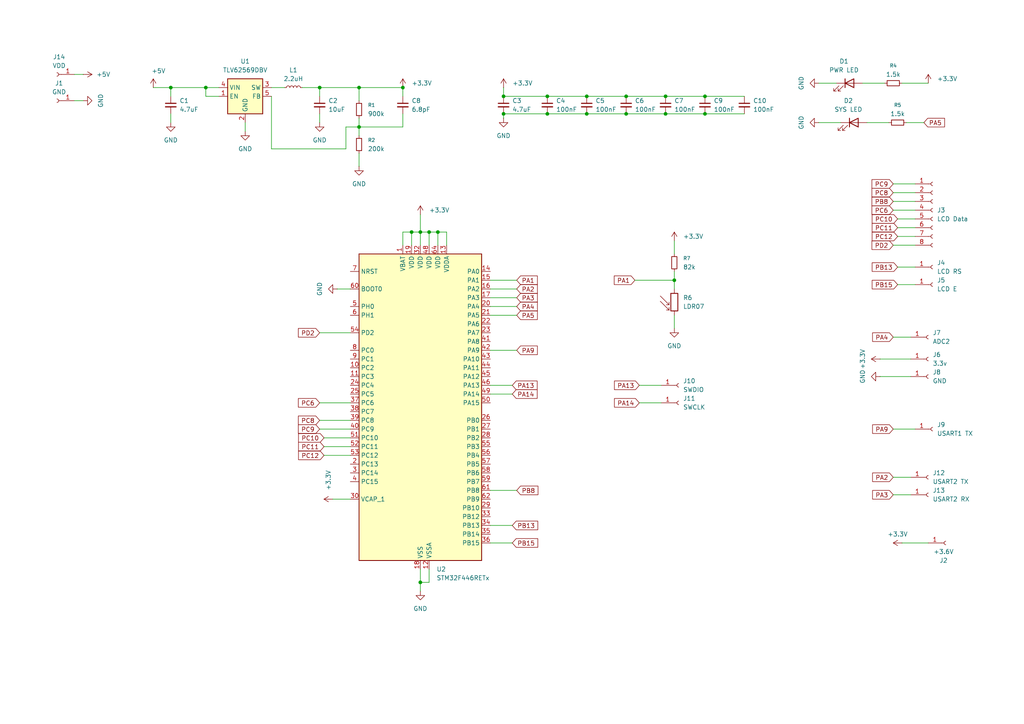
<source format=kicad_sch>
(kicad_sch (version 20250114) (generator "eeschema") (generator_version "9.0")
  (paper "A4")
  (title_block (title "Plant Monitor PCB") (rev "1"))
  (lib_symbols
    (symbol "Connector:Conn_01x01_Socket" (pin_names (offset 1.016) (hide yes))
      (property "Reference" "J" (at 0 2.54 0))
      (property "Value" "Conn_01x01_Socket" (at 0 -2.54 0))
      (symbol "Conn_01x01_Socket_1_1"
        (polyline (pts (xy -1.27 0) (xy -0.508 0)) (stroke (width 0.1524)))
        (arc (start 0 -0.508) (mid -0.5058 0) (end 0 0.508) (stroke (width 0.1524)))
        (pin passive line (at -5.08 0 0) (length 3.81) (name "Pin_1") (number "1"))
      )
    )
    (symbol "Connector:Conn_01x08_Socket" (pin_names (offset 1.016) (hide yes))
      (property "Reference" "J" (at 0 10.16 0))
      (property "Value" "Conn_01x08_Socket" (at 0 -12.7 0))
      (symbol "Conn_01x08_Socket_1_1"
        (polyline (pts (xy -1.27 7.62) (xy -0.508 7.62)) (stroke (width 0.1524)))
        (polyline (pts (xy -1.27 5.08) (xy -0.508 5.08)) (stroke (width 0.1524)))
        (polyline (pts (xy -1.27 2.54) (xy -0.508 2.54)) (stroke (width 0.1524)))
        (polyline (pts (xy -1.27 0) (xy -0.508 0)) (stroke (width 0.1524)))
        (polyline (pts (xy -1.27 -2.54) (xy -0.508 -2.54)) (stroke (width 0.1524)))
        (polyline (pts (xy -1.27 -5.08) (xy -0.508 -5.08)) (stroke (width 0.1524)))
        (polyline (pts (xy -1.27 -7.62) (xy -0.508 -7.62)) (stroke (width 0.1524)))
        (polyline (pts (xy -1.27 -10.16) (xy -0.508 -10.16)) (stroke (width 0.1524)))
        (arc (start 0 7.112) (mid -0.5058 7.62) (end 0 8.128) (stroke (width 0.1524)))
        (arc (start 0 4.572) (mid -0.5058 5.08) (end 0 5.588) (stroke (width 0.1524)))
        (arc (start 0 2.032) (mid -0.5058 2.54) (end 0 3.048) (stroke (width 0.1524)))
        (arc (start 0 -0.508) (mid -0.5058 0) (end 0 0.508) (stroke (width 0.1524)))
        (arc (start 0 -3.048) (mid -0.5058 -2.54) (end 0 -2.032) (stroke (width 0.1524)))
        (arc (start 0 -5.588) (mid -0.5058 -5.08) (end 0 -4.572) (stroke (width 0.1524)))
        (arc (start 0 -8.128) (mid -0.5058 -7.62) (end 0 -7.112) (stroke (width 0.1524)))
        (arc (start 0 -10.668) (mid -0.5058 -10.16) (end 0 -9.652) (stroke (width 0.1524)))
        (pin passive line (at -5.08 7.62 0) (length 3.81) (name "Pin_1") (number "1"))
        (pin passive line (at -5.08 5.08 0) (length 3.81) (name "Pin_2") (number "2"))
        (pin passive line (at -5.08 2.54 0) (length 3.81) (name "Pin_3") (number "3"))
        (pin passive line (at -5.08 0 0) (length 3.81) (name "Pin_4") (number "4"))
        (pin passive line (at -5.08 -2.54 0) (length 3.81) (name "Pin_5") (number "5"))
        (pin passive line (at -5.08 -5.08 0) (length 3.81) (name "Pin_6") (number "6"))
        (pin passive line (at -5.08 -7.62 0) (length 3.81) (name "Pin_7") (number "7"))
        (pin passive line (at -5.08 -10.16 0) (length 3.81) (name "Pin_8") (number "8"))
      )
    )
    (symbol "Device:C_Small" (pin_numbers (hide yes)) (pin_names (offset 0.254) (hide yes))
      (property "Reference" "C" (at 0.254 1.778 0))
      (property "Value" "C_Small" (at 0.254 -2.032 0))
      (symbol "C_Small_0_1"
        (polyline (pts (xy -1.524 0.508) (xy 1.524 0.508)) (stroke (width 0.3048)))
        (polyline (pts (xy -1.524 -0.508) (xy 1.524 -0.508)) (stroke (width 0.3302)))
      )
      (symbol "C_Small_1_1"
        (pin passive line (at 0 2.54 270) (length 2.032) (name "~") (number "1"))
        (pin passive line (at 0 -2.54 90) (length 2.032) (name "~") (number "2"))
      )
    )
    (symbol "Device:LED" (pin_numbers (hide yes)) (pin_names (offset 1.016) (hide yes))
      (property "Reference" "D" (at 0 2.54 0))
      (property "Value" "LED" (at 0 -2.54 0))
      (symbol "LED_0_1"
        (polyline (pts (xy -3.048 -0.762) (xy -4.572 -2.286) (xy -3.81 -2.286) (xy -4.572 -2.286) (xy -4.572 -1.524)))
        (polyline (pts (xy -1.778 -0.762) (xy -3.302 -2.286) (xy -2.54 -2.286) (xy -3.302 -2.286) (xy -3.302 -1.524)))
        (polyline (pts (xy -1.27 0) (xy 1.27 0)))
        (polyline (pts (xy -1.27 -1.27) (xy -1.27 1.27)) (stroke (width 0.254)))
        (polyline (pts (xy 1.27 -1.27) (xy 1.27 1.27) (xy -1.27 0) (xy 1.27 -1.27)) (stroke (width 0.254)))
      )
      (symbol "LED_1_1"
        (pin passive line (at -3.81 0 0) (length 2.54) (name "K") (number "1"))
        (pin passive line (at 3.81 0 180) (length 2.54) (name "A") (number "2"))
      )
    )
    (symbol "Device:L_Small" (pin_numbers (hide yes)) (pin_names (offset 0.254) (hide yes))
      (property "Reference" "L" (at 0.762 1.016 0))
      (property "Value" "L_Small" (at 0.762 -1.016 0))
      (symbol "L_Small_0_1"
        (arc (start 0 2.032) (mid 0.5058 1.524) (end 0 1.016))
        (arc (start 0 1.016) (mid 0.5058 0.508) (end 0 0))
        (arc (start 0 0) (mid 0.5058 -0.508) (end 0 -1.016))
        (arc (start 0 -1.016) (mid 0.5058 -1.524) (end 0 -2.032))
      )
      (symbol "L_Small_1_1"
        (pin passive line (at 0 2.54 270) (length 0.508) (name "~") (number "1"))
        (pin passive line (at 0 -2.54 90) (length 0.508) (name "~") (number "2"))
      )
    )
    (symbol "Device:R_Small" (pin_numbers (hide yes)) (pin_names (offset 0.254) (hide yes))
      (property "Reference" "R" (at 0 0 90))
      (property "Value" "R_Small" (at 1.778 0 90))
      (symbol "R_Small_0_1"
        (rectangle (start -0.762 1.778) (end 0.762 -1.778) (stroke (width 0.2032)))
      )
      (symbol "R_Small_1_1"
        (pin passive line (at 0 2.54 270) (length 0.762) (name "~") (number "1"))
        (pin passive line (at 0 -2.54 90) (length 0.762) (name "~") (number "2"))
      )
    )
    (symbol "MCU_ST_STM32F4:STM32F446RETx"
      (property "Reference" "U" (at -17.78 46.99 0))
      (property "Value" "STM32F446RETx" (at 10.16 46.99 0))
      (symbol "STM32F446RETx_0_1"
        (rectangle (start -17.78 -43.18) (end 17.78 45.72) (stroke (width 0.254)) (fill (type background)))
      )
      (symbol "STM32F446RETx_1_1"
        (pin input line (at -20.32 40.64 0) (length 2.54) (name "NRST") (number "7"))
        (pin input line (at -20.32 35.56 0) (length 2.54) (name "BOOT0") (number "60"))
        (pin bidirectional line (at -20.32 30.48 0) (length 2.54) (name "PH0") (number "5"))
        (pin bidirectional line (at -20.32 27.94 0) (length 2.54) (name "PH1") (number "6"))
        (pin bidirectional line (at -20.32 22.86 0) (length 2.54) (name "PD2") (number "54"))
        (pin bidirectional line (at -20.32 17.78 0) (length 2.54) (name "PC0") (number "8"))
        (pin bidirectional line (at -20.32 15.24 0) (length 2.54) (name "PC1") (number "9"))
        (pin bidirectional line (at -20.32 12.7 0) (length 2.54) (name "PC2") (number "10"))
        (pin bidirectional line (at -20.32 10.16 0) (length 2.54) (name "PC3") (number "11"))
        (pin bidirectional line (at -20.32 7.62 0) (length 2.54) (name "PC4") (number "24"))
        (pin bidirectional line (at -20.32 5.08 0) (length 2.54) (name "PC5") (number "25"))
        (pin bidirectional line (at -20.32 2.54 0) (length 2.54) (name "PC6") (number "37"))
        (pin bidirectional line (at -20.32 0 0) (length 2.54) (name "PC7") (number "38"))
        (pin bidirectional line (at -20.32 -2.54 0) (length 2.54) (name "PC8") (number "39"))
        (pin bidirectional line (at -20.32 -5.08 0) (length 2.54) (name "PC9") (number "40"))
        (pin bidirectional line (at -20.32 -7.62 0) (length 2.54) (name "PC10") (number "51"))
        (pin bidirectional line (at -20.32 -10.16 0) (length 2.54) (name "PC11") (number "52"))
        (pin bidirectional line (at -20.32 -12.7 0) (length 2.54) (name "PC12") (number "53"))
        (pin bidirectional line (at -20.32 -15.24 0) (length 2.54) (name "PC13") (number "2"))
        (pin bidirectional line (at -20.32 -17.78 0) (length 2.54) (name "PC14") (number "3"))
        (pin bidirectional line (at -20.32 -20.32 0) (length 2.54) (name "PC15") (number "4"))
        (pin power_out line (at -20.32 -25.4 0) (length 2.54) (name "VCAP_1") (number "30"))
        (pin power_in line (at -5.08 48.26 270) (length 2.54) (name "VBAT") (number "1"))
        (pin power_in line (at -2.54 48.26 270) (length 2.54) (name "VDD") (number "19"))
        (pin power_in line (at 0 48.26 270) (length 2.54) (name "VDD") (number "32"))
        (pin power_in line (at 0 -45.72 90) (length 2.54) (name "VSS") (number "18"))
        (pin passive line (at 0 -45.72 90) (length 2.54) (hide yes) (name "VSS") (number "31"))
        (pin passive line (at 0 -45.72 90) (length 2.54) (hide yes) (name "VSS") (number "47"))
        (pin passive line (at 0 -45.72 90) (length 2.54) (hide yes) (name "VSS") (number "63"))
        (pin power_in line (at 2.54 48.26 270) (length 2.54) (name "VDD") (number "48"))
        (pin power_in line (at 2.54 -45.72 90) (length 2.54) (name "VSSA") (number "12"))
        (pin power_in line (at 5.08 48.26 270) (length 2.54) (name "VDD") (number "64"))
        (pin power_in line (at 7.62 48.26 270) (length 2.54) (name "VDDA") (number "13"))
        (pin bidirectional line (at 20.32 40.64 180) (length 2.54) (name "PA0") (number "14"))
        (pin bidirectional line (at 20.32 38.1 180) (length 2.54) (name "PA1") (number "15"))
        (pin bidirectional line (at 20.32 35.56 180) (length 2.54) (name "PA2") (number "16"))
        (pin bidirectional line (at 20.32 33.02 180) (length 2.54) (name "PA3") (number "17"))
        (pin bidirectional line (at 20.32 30.48 180) (length 2.54) (name "PA4") (number "20"))
        (pin bidirectional line (at 20.32 27.94 180) (length 2.54) (name "PA5") (number "21"))
        (pin bidirectional line (at 20.32 25.4 180) (length 2.54) (name "PA6") (number "22"))
        (pin bidirectional line (at 20.32 22.86 180) (length 2.54) (name "PA7") (number "23"))
        (pin bidirectional line (at 20.32 20.32 180) (length 2.54) (name "PA8") (number "41"))
        (pin bidirectional line (at 20.32 17.78 180) (length 2.54) (name "PA9") (number "42"))
        (pin bidirectional line (at 20.32 15.24 180) (length 2.54) (name "PA10") (number "43"))
        (pin bidirectional line (at 20.32 12.7 180) (length 2.54) (name "PA11") (number "44"))
        (pin bidirectional line (at 20.32 10.16 180) (length 2.54) (name "PA12") (number "45"))
        (pin bidirectional line (at 20.32 7.62 180) (length 2.54) (name "PA13") (number "46"))
        (pin bidirectional line (at 20.32 5.08 180) (length 2.54) (name "PA14") (number "49"))
        (pin bidirectional line (at 20.32 2.54 180) (length 2.54) (name "PA15") (number "50"))
        (pin bidirectional line (at 20.32 -2.54 180) (length 2.54) (name "PB0") (number "26"))
        (pin bidirectional line (at 20.32 -5.08 180) (length 2.54) (name "PB1") (number "27"))
        (pin bidirectional line (at 20.32 -7.62 180) (length 2.54) (name "PB2") (number "28"))
        (pin bidirectional line (at 20.32 -10.16 180) (length 2.54) (name "PB3") (number "55"))
        (pin bidirectional line (at 20.32 -12.7 180) (length 2.54) (name "PB4") (number "56"))
        (pin bidirectional line (at 20.32 -15.24 180) (length 2.54) (name "PB5") (number "57"))
        (pin bidirectional line (at 20.32 -17.78 180) (length 2.54) (name "PB6") (number "58"))
        (pin bidirectional line (at 20.32 -20.32 180) (length 2.54) (name "PB7") (number "59"))
        (pin bidirectional line (at 20.32 -22.86 180) (length 2.54) (name "PB8") (number "61"))
        (pin bidirectional line (at 20.32 -25.4 180) (length 2.54) (name "PB9") (number "62"))
        (pin bidirectional line (at 20.32 -27.94 180) (length 2.54) (name "PB10") (number "29"))
        (pin bidirectional line (at 20.32 -30.48 180) (length 2.54) (name "PB12") (number "33"))
        (pin bidirectional line (at 20.32 -33.02 180) (length 2.54) (name "PB13") (number "34"))
        (pin bidirectional line (at 20.32 -35.56 180) (length 2.54) (name "PB14") (number "35"))
        (pin bidirectional line (at 20.32 -38.1 180) (length 2.54) (name "PB15") (number "36"))
      )
    )
    (symbol "Regulator_Switching:TLV62569DBV"
      (property "Reference" "U" (at -5.08 6.35 0))
      (property "Value" "TLV62569DBV" (at 0 6.35 0))
      (symbol "TLV62569DBV_0_1"
        (rectangle (start -5.08 5.08) (end 5.08 -5.08) (stroke (width 0.254)) (fill (type background)))
      )
      (symbol "TLV62569DBV_1_1"
        (pin power_in line (at -7.62 2.54 0) (length 2.54) (name "VIN") (number "4"))
        (pin input line (at -7.62 0 0) (length 2.54) (name "EN") (number "1"))
        (pin power_in line (at 0 -7.62 90) (length 2.54) (name "GND") (number "2"))
        (pin power_out line (at 7.62 2.54 180) (length 2.54) (name "SW") (number "3"))
        (pin input line (at 7.62 0 180) (length 2.54) (name "FB") (number "5"))
      )
    )
    (symbol "Sensor_Optical:LDR07" (pin_numbers (hide yes)) (pin_names (offset 0))
      (property "Reference" "R" (at -5.08 0 90))
      (property "Value" "LDR07" (at 1.905 0 90))
      (symbol "LDR07_0_1"
        (polyline (pts (xy -1.524 -0.762) (xy -4.064 1.778)))
        (polyline (pts (xy -1.524 -0.762) (xy -2.286 -0.762)))
        (polyline (pts (xy -1.524 -0.762) (xy -1.524 0)))
        (polyline (pts (xy -1.524 -2.286) (xy -4.064 0.254)))
        (polyline (pts (xy -1.524 -2.286) (xy -2.286 -2.286)))
        (polyline (pts (xy -1.524 -2.286) (xy -1.524 -1.524)))
        (rectangle (start -1.016 2.54) (end 1.016 -2.54) (stroke (width 0.254)))
      )
      (symbol "LDR07_1_1"
        (pin passive line (at 0 3.81 270) (length 1.27) (name "~") (number "1"))
        (pin passive line (at 0 -3.81 90) (length 1.27) (name "~") (number "2"))
      )
    )
    (symbol "power:+3.3V" (power) (pin_numbers (hide yes)) (pin_names (offset 0) (hide yes))
      (property "Value" "+3.3V" (at 0 3.556 0))
      (symbol "+3.3V_0_1"
        (polyline (pts (xy -0.762 1.27) (xy 0 2.54)))
        (polyline (pts (xy 0 2.54) (xy 0.762 1.27)))
        (polyline (pts (xy 0 0) (xy 0 2.54)))
      )
      (symbol "+3.3V_1_1"
        (pin power_in line (at 0 0 90) (length 0) (name "~") (number "1"))
      )
    )
    (symbol "power:+9V" (power) (pin_numbers (hide yes)) (pin_names (offset 0) (hide yes))
      (property "Value" "+9V" (at 0 3.556 0))
      (symbol "+9V_0_1"
        (polyline (pts (xy -0.762 1.27) (xy 0 2.54)))
        (polyline (pts (xy 0 2.54) (xy 0.762 1.27)))
        (polyline (pts (xy 0 0) (xy 0 2.54)))
      )
      (symbol "+9V_1_1"
        (pin power_in line (at 0 0 90) (length 0) (name "~") (number "1"))
      )
    )
    (symbol "power:GND" (power) (pin_numbers (hide yes)) (pin_names (offset 0) (hide yes))
      (property "Value" "GND" (at 0 -3.81 0))
      (symbol "GND_0_1"
        (polyline (pts (xy 0 0) (xy 0 -1.27) (xy 1.27 -1.27) (xy 0 -2.54) (xy -1.27 -1.27) (xy 0 -1.27)))
      )
      (symbol "GND_1_1"
        (pin power_in line (at 0 0 270) (length 0) (name "~") (number "1"))
      )
    )
  )
  (junction (at 59.69 25.4))
  (junction (at 104.14 25.4))
  (junction (at 158.75 27.94))
  (junction (at 116.84 25.4))
  (junction (at 181.61 27.94))
  (junction (at 121.92 168.91))
  (junction (at 146.05 33.02))
  (junction (at 204.47 27.94))
  (junction (at 104.14 36.83))
  (junction (at 170.18 27.94))
  (junction (at 49.53 25.4))
  (junction (at 195.58 81.28))
  (junction (at 170.18 33.02))
  (junction (at 119.38 67.31))
  (junction (at 193.04 27.94))
  (junction (at 181.61 33.02))
  (junction (at 193.04 33.02))
  (junction (at 146.05 27.94))
  (junction (at 204.47 33.02))
  (junction (at 92.71 25.4))
  (junction (at 127 67.31))
  (junction (at 158.75 33.02))
  (junction (at 124.46 67.31))
  (junction (at 121.92 67.31))
  (wire (pts (xy 49.53 25.4) (xy 59.69 25.4)))
  (wire (pts (xy 119.38 67.31) (xy 119.38 71.12)))
  (wire (pts (xy 193.04 33.02) (xy 204.47 33.02)))
  (wire (pts (xy 170.18 33.02) (xy 181.61 33.02)))
  (wire (pts (xy 181.61 33.02) (xy 193.04 33.02)))
  (wire (pts (xy 116.84 71.12) (xy 116.84 67.31)))
  (wire (pts (xy 92.71 25.4) (xy 92.71 27.94)))
  (wire (pts (xy 142.24 157.48) (xy 148.59 157.48)))
  (wire (pts (xy 146.05 33.02) (xy 146.05 34.29)))
  (wire (pts (xy 104.14 36.83) (xy 104.14 39.37)))
  (wire (pts (xy 184.15 81.28) (xy 195.58 81.28)))
  (wire (pts (xy 261.62 24.13) (xy 269.24 24.13)))
  (wire (pts (xy 259.08 138.43) (xy 264.16 138.43)))
  (wire (pts (xy 129.54 67.31) (xy 129.54 71.12)))
  (wire (pts (xy 259.08 143.51) (xy 264.16 143.51)))
  (wire (pts (xy 104.14 25.4) (xy 104.14 29.21)))
  (wire (pts (xy 121.92 67.31) (xy 121.92 71.12)))
  (wire (pts (xy 121.92 67.31) (xy 124.46 67.31)))
  (wire (pts (xy 121.92 62.23) (xy 121.92 67.31)))
  (wire (pts (xy 116.84 25.4) (xy 116.84 27.94)))
  (wire (pts (xy 261.62 157.48) (xy 269.24 157.48)))
  (wire (pts (xy 87.63 25.4) (xy 92.71 25.4)))
  (wire (pts (xy 260.35 66.04) (xy 265.43 66.04)))
  (wire (pts (xy 259.08 124.46) (xy 265.43 124.46)))
  (wire (pts (xy 193.04 27.94) (xy 204.47 27.94)))
  (wire (pts (xy 142.24 152.4) (xy 148.59 152.4)))
  (wire (pts (xy 100.33 36.83) (xy 100.33 43.18)))
  (wire (pts (xy 63.5 27.94) (xy 59.69 27.94)))
  (wire (pts (xy 92.71 124.46) (xy 101.6 124.46)))
  (wire (pts (xy 121.92 165.1) (xy 121.92 168.91)))
  (wire (pts (xy 146.05 25.4) (xy 146.05 27.94)))
  (wire (pts (xy 255.27 109.22) (xy 264.16 109.22)))
  (wire (pts (xy 259.08 58.42) (xy 265.43 58.42)))
  (wire (pts (xy 158.75 33.02) (xy 170.18 33.02)))
  (wire (pts (xy 259.08 97.79) (xy 264.16 97.79)))
  (wire (pts (xy 204.47 33.02) (xy 215.9 33.02)))
  (wire (pts (xy 142.24 114.3) (xy 148.59 114.3)))
  (wire (pts (xy 195.58 69.85) (xy 195.58 73.66)))
  (wire (pts (xy 116.84 33.02) (xy 116.84 36.83)))
  (wire (pts (xy 260.35 77.47) (xy 265.43 77.47)))
  (wire (pts (xy 71.12 35.56) (xy 71.12 38.1)))
  (wire (pts (xy 142.24 86.36) (xy 149.86 86.36)))
  (wire (pts (xy 191.77 111.76) (xy 185.42 111.76)))
  (wire (pts (xy 146.05 27.94) (xy 158.75 27.94)))
  (wire (pts (xy 251.46 35.56) (xy 257.81 35.56)))
  (wire (pts (xy 119.38 67.31) (xy 121.92 67.31)))
  (wire (pts (xy 92.71 96.52) (xy 101.6 96.52)))
  (wire (pts (xy 104.14 25.4) (xy 116.84 25.4)))
  (wire (pts (xy 49.53 33.02) (xy 49.53 35.56)))
  (wire (pts (xy 142.24 101.6) (xy 149.86 101.6)))
  (wire (pts (xy 116.84 67.31) (xy 119.38 67.31)))
  (wire (pts (xy 195.58 81.28) (xy 195.58 83.82)))
  (wire (pts (xy 44.45 25.4) (xy 49.53 25.4)))
  (wire (pts (xy 92.71 33.02) (xy 92.71 35.56)))
  (wire (pts (xy 142.24 88.9) (xy 149.86 88.9)))
  (wire (pts (xy 21.59 29.21) (xy 24.13 29.21)))
  (wire (pts (xy 142.24 142.24) (xy 149.86 142.24)))
  (wire (pts (xy 121.92 168.91) (xy 124.46 168.91)))
  (wire (pts (xy 116.84 36.83) (xy 104.14 36.83)))
  (wire (pts (xy 59.69 25.4) (xy 63.5 25.4)))
  (wire (pts (xy 124.46 67.31) (xy 127 67.31)))
  (wire (pts (xy 100.33 43.18) (xy 78.74 43.18)))
  (wire (pts (xy 237.49 35.56) (xy 243.84 35.56)))
  (wire (pts (xy 97.79 83.82) (xy 101.6 83.82)))
  (wire (pts (xy 237.49 24.13) (xy 242.57 24.13)))
  (wire (pts (xy 93.98 132.08) (xy 101.6 132.08)))
  (wire (pts (xy 104.14 36.83) (xy 100.33 36.83)))
  (wire (pts (xy 255.27 104.14) (xy 264.16 104.14)))
  (wire (pts (xy 204.47 27.94) (xy 215.9 27.94)))
  (wire (pts (xy 142.24 91.44) (xy 149.86 91.44)))
  (wire (pts (xy 92.71 121.92) (xy 101.6 121.92)))
  (wire (pts (xy 259.08 53.34) (xy 265.43 53.34)))
  (wire (pts (xy 92.71 116.84) (xy 101.6 116.84)))
  (wire (pts (xy 59.69 27.94) (xy 59.69 25.4)))
  (wire (pts (xy 250.19 24.13) (xy 256.54 24.13)))
  (wire (pts (xy 78.74 25.4) (xy 82.55 25.4)))
  (wire (pts (xy 259.08 60.96) (xy 265.43 60.96)))
  (wire (pts (xy 259.08 55.88) (xy 265.43 55.88)))
  (wire (pts (xy 259.08 71.12) (xy 265.43 71.12)))
  (wire (pts (xy 121.92 168.91) (xy 121.92 171.45)))
  (wire (pts (xy 104.14 34.29) (xy 104.14 36.83)))
  (wire (pts (xy 262.89 35.56) (xy 267.97 35.56)))
  (wire (pts (xy 260.35 63.5) (xy 265.43 63.5)))
  (wire (pts (xy 93.98 129.54) (xy 101.6 129.54)))
  (wire (pts (xy 92.71 25.4) (xy 104.14 25.4)))
  (wire (pts (xy 127 67.31) (xy 127 71.12)))
  (wire (pts (xy 195.58 91.44) (xy 195.58 95.25)))
  (wire (pts (xy 158.75 27.94) (xy 170.18 27.94)))
  (wire (pts (xy 142.24 83.82) (xy 149.86 83.82)))
  (wire (pts (xy 96.52 144.78) (xy 101.6 144.78)))
  (wire (pts (xy 49.53 27.94) (xy 49.53 25.4)))
  (wire (pts (xy 124.46 168.91) (xy 124.46 165.1)))
  (wire (pts (xy 191.77 116.84) (xy 185.42 116.84)))
  (wire (pts (xy 170.18 27.94) (xy 181.61 27.94)))
  (wire (pts (xy 195.58 78.74) (xy 195.58 81.28)))
  (wire (pts (xy 21.59 21.59) (xy 24.13 21.59)))
  (wire (pts (xy 127 67.31) (xy 129.54 67.31)))
  (wire (pts (xy 260.35 82.55) (xy 265.43 82.55)))
  (wire (pts (xy 260.35 68.58) (xy 265.43 68.58)))
  (wire (pts (xy 142.24 81.28) (xy 149.86 81.28)))
  (wire (pts (xy 146.05 33.02) (xy 158.75 33.02)))
  (wire (pts (xy 93.98 127) (xy 101.6 127)))
  (wire (pts (xy 104.14 44.45) (xy 104.14 48.26)))
  (wire (pts (xy 124.46 67.31) (xy 124.46 71.12)))
  (wire (pts (xy 181.61 27.94) (xy 193.04 27.94)))
  (wire (pts (xy 142.24 111.76) (xy 148.59 111.76)))
  (wire (pts (xy 78.74 27.94) (xy 78.74 43.18)))
  (global_label "PC8" (shape input) (at 259.08 55.88 180) (property "Intersheetrefs" "${INTERSHEET_REFS}" (effects (hide yes))))
  (global_label "PA13" (shape input) (at 185.42 111.76 180) (property "Intersheetrefs" "${INTERSHEET_REFS}" (effects (hide yes))))
  (global_label "PC10" (shape input) (at 260.35 63.5 180) (property "Intersheetrefs" "${INTERSHEET_REFS}" (effects (hide yes))))
  (global_label "PA4" (shape input) (at 259.08 97.79 180) (property "Intersheetrefs" "${INTERSHEET_REFS}" (effects (hide yes))))
  (global_label "PA14" (shape input) (at 185.42 116.84 180) (property "Intersheetrefs" "${INTERSHEET_REFS}" (effects (hide yes))))
  (global_label "PC9" (shape input) (at 92.71 124.46 180) (property "Intersheetrefs" "${INTERSHEET_REFS}" (effects (hide yes))))
  (global_label "PA2" (shape input) (at 259.08 138.43 180) (property "Intersheetrefs" "${INTERSHEET_REFS}" (effects (hide yes))))
  (global_label "PC12" (shape input) (at 260.35 68.58 180) (property "Intersheetrefs" "${INTERSHEET_REFS}" (effects (hide yes))))
  (global_label "PB15" (shape input) (at 148.59 157.48 0) (property "Intersheetrefs" "${INTERSHEET_REFS}" (effects (hide yes))))
  (global_label "PA5" (shape input) (at 149.86 91.44 0) (property "Intersheetrefs" "${INTERSHEET_REFS}" (effects (hide yes))))
  (global_label "PC6" (shape input) (at 259.08 60.96 180) (property "Intersheetrefs" "${INTERSHEET_REFS}" (effects (hide yes))))
  (global_label "PC8" (shape input) (at 92.71 121.92 180) (property "Intersheetrefs" "${INTERSHEET_REFS}" (effects (hide yes))))
  (global_label "PB15" (shape input) (at 260.35 82.55 180) (property "Intersheetrefs" "${INTERSHEET_REFS}" (effects (hide yes))))
  (global_label "PA13" (shape input) (at 148.59 111.76 0) (property "Intersheetrefs" "${INTERSHEET_REFS}" (effects (hide yes))))
  (global_label "PA14" (shape input) (at 148.59 114.3 0) (property "Intersheetrefs" "${INTERSHEET_REFS}" (effects (hide yes))))
  (global_label "PC6" (shape input) (at 92.71 116.84 180) (property "Intersheetrefs" "${INTERSHEET_REFS}" (effects (hide yes))))
  (global_label "PD2" (shape input) (at 92.71 96.52 180) (property "Intersheetrefs" "${INTERSHEET_REFS}" (effects (hide yes))))
  (global_label "PB13" (shape input) (at 260.35 77.47 180) (property "Intersheetrefs" "${INTERSHEET_REFS}" (effects (hide yes))))
  (global_label "PC12" (shape input) (at 93.98 132.08 180) (property "Intersheetrefs" "${INTERSHEET_REFS}" (effects (hide yes))))
  (global_label "PA1" (shape input) (at 149.86 81.28 0) (property "Intersheetrefs" "${INTERSHEET_REFS}" (effects (hide yes))))
  (global_label "PB8" (shape input) (at 149.86 142.24 0) (property "Intersheetrefs" "${INTERSHEET_REFS}" (effects (hide yes))))
  (global_label "PA1" (shape input) (at 184.15 81.28 180) (property "Intersheetrefs" "${INTERSHEET_REFS}" (effects (hide yes))))
  (global_label "PB8" (shape input) (at 259.08 58.42 180) (property "Intersheetrefs" "${INTERSHEET_REFS}" (effects (hide yes))))
  (global_label "PA3" (shape input) (at 259.08 143.51 180) (property "Intersheetrefs" "${INTERSHEET_REFS}" (effects (hide yes))))
  (global_label "PA9" (shape input) (at 259.08 124.46 180) (property "Intersheetrefs" "${INTERSHEET_REFS}" (effects (hide yes))))
  (global_label "PA3" (shape input) (at 149.86 86.36 0) (property "Intersheetrefs" "${INTERSHEET_REFS}" (effects (hide yes))))
  (global_label "PA2" (shape input) (at 149.86 83.82 0) (property "Intersheetrefs" "${INTERSHEET_REFS}" (effects (hide yes))))
  (global_label "PD2" (shape input) (at 259.08 71.12 180) (property "Intersheetrefs" "${INTERSHEET_REFS}" (effects (hide yes))))
  (global_label "PC9" (shape input) (at 259.08 53.34 180) (property "Intersheetrefs" "${INTERSHEET_REFS}" (effects (hide yes))))
  (global_label "PC11" (shape input) (at 93.98 129.54 180) (property "Intersheetrefs" "${INTERSHEET_REFS}" (effects (hide yes))))
  (global_label "PC11" (shape input) (at 260.35 66.04 180) (property "Intersheetrefs" "${INTERSHEET_REFS}" (effects (hide yes))))
  (global_label "PA5" (shape input) (at 267.97 35.56 0) (property "Intersheetrefs" "${INTERSHEET_REFS}" (effects (hide yes))))
  (global_label "PA4" (shape input) (at 149.86 88.9 0) (property "Intersheetrefs" "${INTERSHEET_REFS}" (effects (hide yes))))
  (global_label "PC10" (shape input) (at 93.98 127 180) (property "Intersheetrefs" "${INTERSHEET_REFS}" (effects (hide yes))))
  (global_label "PB13" (shape input) (at 148.59 152.4 0) (property "Intersheetrefs" "${INTERSHEET_REFS}" (effects (hide yes))))
  (global_label "PA9" (shape input) (at 149.86 101.6 0) (property "Intersheetrefs" "${INTERSHEET_REFS}" (effects (hide yes))))
  (symbol (lib_id "Connector:Conn_01x01_Socket") (at 269.24 138.43 0) (unit 1)
    (property "Reference" "J12" (at 270.51 137.1599 0) (effects (justify left)))
    (property "Value" "USART2 TX" (at 270.51 139.6999 0) (effects (justify left)))
    (property "Description" "Generic connector, single row, 01x01, script generated" (effects (hide yes)))
  )
  (symbol (lib_id "power:GND") (at 237.49 35.56 270) (unit 1)
    (property "Reference" "#PWR012" (effects (hide yes)))
    (property "Value" "GND" (at 232.41 35.56 0))
    (property "Description" "Power symbol creates a global label with name \"GND\" , ground" (effects (hide yes)))
  )
  (symbol (lib_id "power:+3.3V") (at 269.24 24.13 0) (unit 1)
    (property "Reference" "#PWR010" (effects (hide yes)))
    (property "Value" "+3.3V" (at 271.78 22.8599 0) (effects (justify left)))
    (property "Description" "Power symbol creates a global label with name \"+3.3V\"" (effects (hide yes)))
  )
  (symbol (lib_id "power:+3.3V") (at 96.52 144.78 90) (unit 1)
    (property "Reference" "#PWR022" (effects (hide yes)))
    (property "Value" "+3.3V" (at 95.2499 142.24 0) (effects (justify left)))
    (property "Description" "Power symbol creates a global label with name \"+3.3V\"" (effects (hide yes)))
  )
  (symbol (lib_id "Device:C_Small") (at 146.05 30.48 0) (unit 1)
    (property "Reference" "C3" (at 148.59 29.2162 0) (effects (justify left)))
    (property "Value" "4.7uF" (at 148.59 31.7562 0) (effects (justify left)))
    (property "Description" "Unpolarized capacitor, small symbol" (effects (hide yes)))
  )
  (symbol (lib_id "Device:R_Small") (at 104.14 31.75 0) (unit 1)
    (property "Reference" "R1" (at 106.68 30.4799 0) (effects (font (size 1.016 1.016)) (justify left)))
    (property "Value" "900k" (at 106.68 33.0199 0) (effects (justify left)))
    (property "Description" "Resistor, small symbol" (effects (hide yes)))
  )
  (symbol (lib_id "Device:LED") (at 247.65 35.56 0) (unit 1)
    (property "Reference" "D2" (at 246.0625 29.21 0))
    (property "Value" "SYS LED" (at 246.0625 31.75 0))
    (property "Description" "Light emitting diode" (effects (hide yes)))
    (property "Sim.Pins" "1=K 2=A" (effects (hide yes)))
  )
  (symbol (lib_id "power:GND") (at 255.27 109.22 270) (unit 1)
    (property "Reference" "#PWR019" (effects (hide yes)))
    (property "Value" "GND" (at 250.19 109.22 0))
    (property "Description" "Power symbol creates a global label with name \"GND\" , ground" (effects (hide yes)))
  )
  (symbol (lib_id "Connector:Conn_01x01_Socket") (at 196.85 111.76 0) (unit 1)
    (property "Reference" "J10" (at 198.12 110.4899 0) (effects (justify left)))
    (property "Value" "SWDIO" (at 198.12 113.0299 0) (effects (justify left)))
    (property "Description" "Generic connector, single row, 01x01, script generated" (effects (hide yes)))
  )
  (symbol (lib_id "Connector:Conn_01x01_Socket") (at 16.51 29.21 180) (unit 1)
    (property "Reference" "J1" (at 17.145 24.13 0))
    (property "Value" "GND" (at 17.145 26.67 0))
    (property "Description" "Generic connector, single row, 01x01, script generated" (effects (hide yes)))
  )
  (symbol (lib_id "Connector:Conn_01x01_Socket") (at 274.32 157.48 0) (unit 1)
    (property "Reference" "J2" (at 273.685 162.56 0))
    (property "Value" "+3.6V" (at 273.685 160.02 0))
    (property "Description" "Generic connector, single row, 01x01, script generated" (effects (hide yes)))
  )
  (symbol (lib_id "Connector:Conn_01x01_Socket") (at 269.24 143.51 0) (unit 1)
    (property "Reference" "J13" (at 270.51 142.2399 0) (effects (justify left)))
    (property "Value" "USART2 RX" (at 270.51 144.7799 0) (effects (justify left)))
    (property "Description" "Generic connector, single row, 01x01, script generated" (effects (hide yes)))
  )
  (symbol (lib_id "Connector:Conn_01x01_Socket") (at 269.24 104.14 0) (unit 1)
    (property "Reference" "J6" (at 270.51 102.8699 0) (effects (justify left)))
    (property "Value" "3.3v" (at 270.51 105.4099 0) (effects (justify left)))
    (property "Description" "Generic connector, single row, 01x01, script generated" (effects (hide yes)))
  )
  (symbol (lib_id "power:GND") (at 121.92 171.45 0) (unit 1)
    (property "Reference" "#PWR08" (effects (hide yes)))
    (property "Value" "GND" (at 121.92 176.53 0))
    (property "Description" "Power symbol creates a global label with name \"GND\" , ground" (effects (hide yes)))
  )
  (symbol (lib_id "Connector:Conn_01x01_Socket") (at 196.85 116.84 0) (unit 1)
    (property "Reference" "J11" (at 198.12 115.5699 0) (effects (justify left)))
    (property "Value" "SWCLK" (at 198.12 118.1099 0) (effects (justify left)))
    (property "Description" "Generic connector, single row, 01x01, script generated" (effects (hide yes)))
  )
  (symbol (lib_id "Connector:Conn_01x08_Socket") (at 270.51 60.96 0) (unit 1)
    (property "Reference" "J3" (at 271.78 60.9599 0) (effects (justify left)))
    (property "Value" "LCD Data" (at 271.78 63.4999 0) (effects (justify left)))
    (property "Description" "Generic connector, single row, 01x08, script generated" (effects (hide yes)))
  )
  (symbol (lib_id "Regulator_Switching:TLV62569DBV") (at 71.12 27.94 0) (unit 1)
    (property "Reference" "U1" (at 71.12 17.78 0))
    (property "Value" "TLV62569DBV" (at 71.12 20.32 0))
    (property "Footprint" "Package_TO_SOT_SMD:SOT-23-5" (effects (hide yes)))
    (property "Datasheet" "http://www.ti.com/lit/ds/symlink/tlv62569.pdf" (effects (hide yes)))
    (property "Description" "High Efficiency Synchronous Buck Converter, Adjustable Output 0.6V-5.5V, 2A, SOT-23-5" (effects (hide yes)))
  )
  (symbol (lib_id "Device:C_Small") (at 158.75 30.48 0) (unit 1)
    (property "Reference" "C4" (at 161.29 29.2162 0) (effects (justify left)))
    (property "Value" "100nF" (at 161.29 31.7562 0) (effects (justify left)))
    (property "Description" "Unpolarized capacitor, small symbol" (effects (hide yes)))
  )
  (symbol (lib_id "power:GND") (at 24.13 29.21 90) (unit 1)
    (property "Reference" "#PWR06" (effects (hide yes)))
    (property "Value" "GND" (at 29.21 29.21 0))
    (property "Description" "Power symbol creates a global label with name \"GND\" , ground" (effects (hide yes)))
  )
  (symbol (lib_id "Device:LED") (at 246.38 24.13 0) (unit 1)
    (property "Reference" "D1" (at 244.7925 17.78 0))
    (property "Value" "PWR LED" (at 244.7925 20.32 0))
    (property "Description" "Light emitting diode" (effects (hide yes)))
    (property "Sim.Pins" "1=K 2=A" (effects (hide yes)))
  )
  (symbol (lib_id "power:+3.3V") (at 121.92 62.23 0) (unit 1)
    (property "Reference" "#PWR011" (effects (hide yes)))
    (property "Value" "+3.3V" (at 124.46 60.9599 0) (effects (justify left)))
    (property "Description" "Power symbol creates a global label with name \"+3.3V\"" (effects (hide yes)))
  )
  (symbol (lib_id "Device:C_Small") (at 116.84 30.48 0) (unit 1)
    (property "Reference" "C8" (at 119.38 29.2162 0) (effects (justify left)))
    (property "Value" "6.8pF" (at 119.38 31.7562 0) (effects (justify left)))
    (property "Description" "Unpolarized capacitor, small symbol" (effects (hide yes)))
  )
  (symbol (lib_id "Connector:Conn_01x01_Socket") (at 270.51 82.55 0) (unit 1)
    (property "Reference" "J5" (at 271.78 81.2799 0) (effects (justify left)))
    (property "Value" "LCD E" (at 271.78 83.8199 0) (effects (justify left)))
    (property "Description" "Generic connector, single row, 01x01, script generated" (effects (hide yes)))
  )
  (symbol (lib_id "power:+9V") (at 44.45 25.4 0) (unit 1)
    (property "Reference" "#PWR03" (effects (hide yes)))
    (property "Value" "+5V" (at 43.942 20.574 0) (effects (justify left)))
    (property "Description" "Power symbol creates a global label with name \"+9V\"" (effects (hide yes)))
  )
  (symbol (lib_id "Device:C_Small") (at 204.47 30.48 0) (unit 1)
    (property "Reference" "C9" (at 207.01 29.2162 0) (effects (justify left)))
    (property "Value" "100nF" (at 207.01 31.7562 0) (effects (justify left)))
    (property "Description" "Unpolarized capacitor, small symbol" (effects (hide yes)))
  )
  (symbol (lib_id "Device:C_Small") (at 170.18 30.48 0) (unit 1)
    (property "Reference" "C5" (at 172.72 29.2162 0) (effects (justify left)))
    (property "Value" "100nF" (at 172.72 31.7562 0) (effects (justify left)))
    (property "Description" "Unpolarized capacitor, small symbol" (effects (hide yes)))
  )
  (symbol (lib_id "Device:R_Small") (at 260.35 35.56 90) (unit 1)
    (property "Reference" "R5" (at 260.35 30.48 90) (effects (font (size 1.016 1.016))))
    (property "Value" "1.5k" (at 260.35 33.02 90))
    (property "Description" "Resistor, small symbol" (effects (hide yes)))
  )
  (symbol (lib_id "power:+3.3V") (at 116.84 25.4 0) (unit 1)
    (property "Reference" "#PWR04" (effects (hide yes)))
    (property "Value" "+3.3V" (at 119.38 24.1299 0) (effects (justify left)))
    (property "Description" "Power symbol creates a global label with name \"+3.3V\"" (effects (hide yes)))
  )
  (symbol (lib_id "power:GND") (at 97.79 83.82 270) (unit 1)
    (property "Reference" "#PWR013" (effects (hide yes)))
    (property "Value" "GND" (at 92.71 83.82 0))
    (property "Description" "Power symbol creates a global label with name \"GND\" , ground" (effects (hide yes)))
  )
  (symbol (lib_id "Connector:Conn_01x01_Socket") (at 269.24 109.22 0) (unit 1)
    (property "Reference" "J8" (at 270.51 107.9499 0) (effects (justify left)))
    (property "Value" "GND" (at 270.51 110.4899 0) (effects (justify left)))
    (property "Description" "Generic connector, single row, 01x01, script generated" (effects (hide yes)))
  )
  (symbol (lib_id "Sensor_Optical:LDR07") (at 195.58 87.63 0) (unit 1)
    (property "Reference" "R6" (at 198.12 86.3599 0) (effects (justify left)))
    (property "Value" "LDR07" (at 198.12 88.8999 0) (effects (justify left)))
    (property "Footprint" "OptoDevice:R_LDR_5.1x4.3mm_P3.4mm_Vertical" (effects (hide yes)))
    (property "Datasheet" "http://www.tme.eu/de/Document/f2e3ad76a925811312d226c31da4cd7e/LDR07.pdf" (effects (hide yes)))
    (property "Description" "light dependent resistor" (effects (hide yes)))
  )
  (symbol (lib_id "power:+3.3V") (at 261.62 157.48 90) (unit 1)
    (property "Reference" "#PWR020" (effects (hide yes)))
    (property "Value" "+3.3V" (at 260.35 154.94 90))
    (property "Description" "Power symbol creates a global label with name \"+3.3V\"" (effects (hide yes)))
  )
  (symbol (lib_id "Device:C_Small") (at 193.04 30.48 0) (unit 1)
    (property "Reference" "C7" (at 195.58 29.2162 0) (effects (justify left)))
    (property "Value" "100nF" (at 195.58 31.7562 0) (effects (justify left)))
    (property "Description" "Unpolarized capacitor, small symbol" (effects (hide yes)))
  )
  (symbol (lib_id "power:GND") (at 195.58 95.25 0) (unit 1)
    (property "Reference" "#PWR017" (effects (hide yes)))
    (property "Value" "GND" (at 195.58 100.33 0))
    (property "Description" "Power symbol creates a global label with name \"GND\" , ground" (effects (hide yes)))
  )
  (symbol (lib_id "Device:R_Small") (at 259.08 24.13 90) (unit 1)
    (property "Reference" "R4" (at 259.08 19.05 90) (effects (font (size 1.016 1.016))))
    (property "Value" "1.5k" (at 259.08 21.59 90))
    (property "Description" "Resistor, small symbol" (effects (hide yes)))
  )
  (symbol (lib_id "MCU_ST_STM32F4:STM32F446RETx") (at 121.92 119.38 0) (unit 1)
    (property "Reference" "U2" (at 126.6033 165.1 0) (effects (justify left)))
    (property "Value" "STM32F446RETx" (at 126.6033 167.64 0) (effects (justify left)))
    (property "Footprint" "Package_QFP:LQFP-64_10x10mm_P0.5mm" (effects (hide yes)))
    (property "Datasheet" "https://www.st.com/resource/en/datasheet/stm32f446re.pdf" (effects (hide yes)))
    (property "Description" "STMicroelectronics Arm Cortex-M4 MCU, 512KB flash, 128KB RAM, 180 MHz, 1.8-3.6V, 50 GPIO, LQFP64" (effects (hide yes)))
  )
  (symbol (lib_id "Device:C_Small") (at 92.71 30.48 0) (unit 1)
    (property "Reference" "C2" (at 95.25 29.2162 0) (effects (justify left)))
    (property "Value" "10uF" (at 95.25 31.7562 0) (effects (justify left)))
    (property "Description" "Unpolarized capacitor, small symbol" (effects (hide yes)))
  )
  (symbol (lib_id "power:GND") (at 237.49 24.13 270) (unit 1)
    (property "Reference" "#PWR09" (effects (hide yes)))
    (property "Value" "GND" (at 232.41 24.13 0))
    (property "Description" "Power symbol creates a global label with name \"GND\" , ground" (effects (hide yes)))
  )
  (symbol (lib_id "power:GND") (at 71.12 38.1 0) (unit 1)
    (property "Reference" "#PWR01" (effects (hide yes)))
    (property "Value" "GND" (at 71.12 43.18 0))
    (property "Description" "Power symbol creates a global label with name \"GND\" , ground" (effects (hide yes)))
  )
  (symbol (lib_id "Device:R_Small") (at 104.14 41.91 0) (unit 1)
    (property "Reference" "R2" (at 106.68 40.6399 0) (effects (font (size 1.016 1.016)) (justify left)))
    (property "Value" "200k" (at 106.68 43.1799 0) (effects (justify left)))
    (property "Description" "Resistor, small symbol" (effects (hide yes)))
  )
  (symbol (lib_id "power:+3.3V") (at 255.27 104.14 90) (unit 1)
    (property "Reference" "#PWR018" (effects (hide yes)))
    (property "Value" "+3.3V" (at 250.19 104.14 0))
    (property "Description" "Power symbol creates a global label with name \"+3.3V\"" (effects (hide yes)))
  )
  (symbol (lib_id "power:+3.3V") (at 195.58 69.85 0) (unit 1)
    (property "Reference" "#PWR016" (effects (hide yes)))
    (property "Value" "+3.3V" (at 198.12 68.5799 0) (effects (justify left)))
    (property "Description" "Power symbol creates a global label with name \"+3.3V\"" (effects (hide yes)))
  )
  (symbol (lib_id "Connector:Conn_01x01_Socket") (at 269.24 97.79 0) (unit 1)
    (property "Reference" "J7" (at 270.51 96.5199 0) (effects (justify left)))
    (property "Value" "ADC2" (at 270.51 99.0599 0) (effects (justify left)))
    (property "Description" "Generic connector, single row, 01x01, script generated" (effects (hide yes)))
  )
  (symbol (lib_id "Connector:Conn_01x01_Socket") (at 270.51 77.47 0) (unit 1)
    (property "Reference" "J4" (at 271.78 76.1999 0) (effects (justify left)))
    (property "Value" "LCD RS" (at 271.78 78.7399 0) (effects (justify left)))
    (property "Description" "Generic connector, single row, 01x01, script generated" (effects (hide yes)))
  )
  (symbol (lib_id "Device:C_Small") (at 215.9 30.48 0) (unit 1)
    (property "Reference" "C10" (at 218.44 29.2162 0) (effects (justify left)))
    (property "Value" "100nF" (at 218.44 31.7562 0) (effects (justify left)))
    (property "Description" "Unpolarized capacitor, small symbol" (effects (hide yes)))
  )
  (symbol (lib_id "Device:C_Small") (at 181.61 30.48 0) (unit 1)
    (property "Reference" "C6" (at 184.15 29.2162 0) (effects (justify left)))
    (property "Value" "100nF" (at 184.15 31.7562 0) (effects (justify left)))
    (property "Description" "Unpolarized capacitor, small symbol" (effects (hide yes)))
  )
  (symbol (lib_id "Device:R_Small") (at 195.58 76.2 0) (unit 1)
    (property "Reference" "R7" (at 198.12 74.9299 0) (effects (font (size 1.016 1.016)) (justify left)))
    (property "Value" "82k" (at 198.12 77.4699 0) (effects (justify left)))
    (property "Description" "Resistor, small symbol" (effects (hide yes)))
  )
  (symbol (lib_id "Device:C_Small") (at 49.53 30.48 0) (unit 1)
    (property "Reference" "C1" (at 52.07 29.2162 0) (effects (justify left)))
    (property "Value" "4.7uF" (at 52.07 31.7562 0) (effects (justify left)))
    (property "Description" "Unpolarized capacitor, small symbol" (effects (hide yes)))
  )
  (symbol (lib_id "Connector:Conn_01x01_Socket") (at 16.51 21.59 180) (unit 1)
    (property "Reference" "J14" (at 17.145 16.51 0))
    (property "Value" "VDD" (at 17.145 19.05 0))
    (property "Description" "Generic connector, single row, 01x01, script generated" (effects (hide yes)))
  )
  (symbol (lib_id "power:+9V") (at 24.13 21.59 270) (unit 1)
    (property "Reference" "#PWR07" (effects (hide yes)))
    (property "Value" "+5V" (at 27.94 21.5899 90) (effects (justify left)))
    (property "Description" "Power symbol creates a global label with name \"+9V\"" (effects (hide yes)))
  )
  (symbol (lib_id "power:GND") (at 104.14 48.26 0) (unit 1)
    (property "Reference" "#PWR05" (effects (hide yes)))
    (property "Value" "GND" (at 104.14 53.34 0))
    (property "Description" "Power symbol creates a global label with name \"GND\" , ground" (effects (hide yes)))
  )
  (symbol (lib_id "power:GND") (at 92.71 35.56 0) (unit 1)
    (property "Reference" "#PWR021" (effects (hide yes)))
    (property "Value" "GND" (at 92.71 40.64 0))
    (property "Description" "Power symbol creates a global label with name \"GND\" , ground" (effects (hide yes)))
  )
  (symbol (lib_id "power:GND") (at 146.05 34.29 0) (unit 1)
    (property "Reference" "#PWR015" (effects (hide yes)))
    (property "Value" "GND" (at 146.05 39.37 0))
    (property "Description" "Power symbol creates a global label with name \"GND\" , ground" (effects (hide yes)))
  )
  (symbol (lib_id "power:+3.3V") (at 146.05 25.4 0) (unit 1)
    (property "Reference" "#PWR014" (effects (hide yes)))
    (property "Value" "+3.3V" (at 148.59 24.1299 0) (effects (justify left)))
    (property "Description" "Power symbol creates a global label with name \"+3.3V\"" (effects (hide yes)))
  )
  (symbol (lib_id "Device:L_Small") (at 85.09 25.4 90) (unit 1)
    (property "Reference" "L1" (at 85.09 20.32 90))
    (property "Value" "2.2uH" (at 85.09 22.86 90))
    (property "Description" "Inductor, small symbol" (effects (hide yes)))
  )
  (symbol (lib_id "Connector:Conn_01x01_Socket") (at 270.51 124.46 0) (unit 1)
    (property "Reference" "J9" (at 271.78 123.1899 0) (effects (justify left)))
    (property "Value" "USART1 TX" (at 271.78 125.7299 0) (effects (justify left)))
    (property "Description" "Generic connector, single row, 01x01, script generated" (effects (hide yes)))
  )
  (symbol (lib_id "power:GND") (at 49.53 35.56 0) (unit 1)
    (property "Reference" "#PWR02" (effects (hide yes)))
    (property "Value" "GND" (at 49.53 40.64 0))
    (property "Description" "Power symbol creates a global label with name \"GND\" , ground" (effects (hide yes)))
  )
)
</source>
